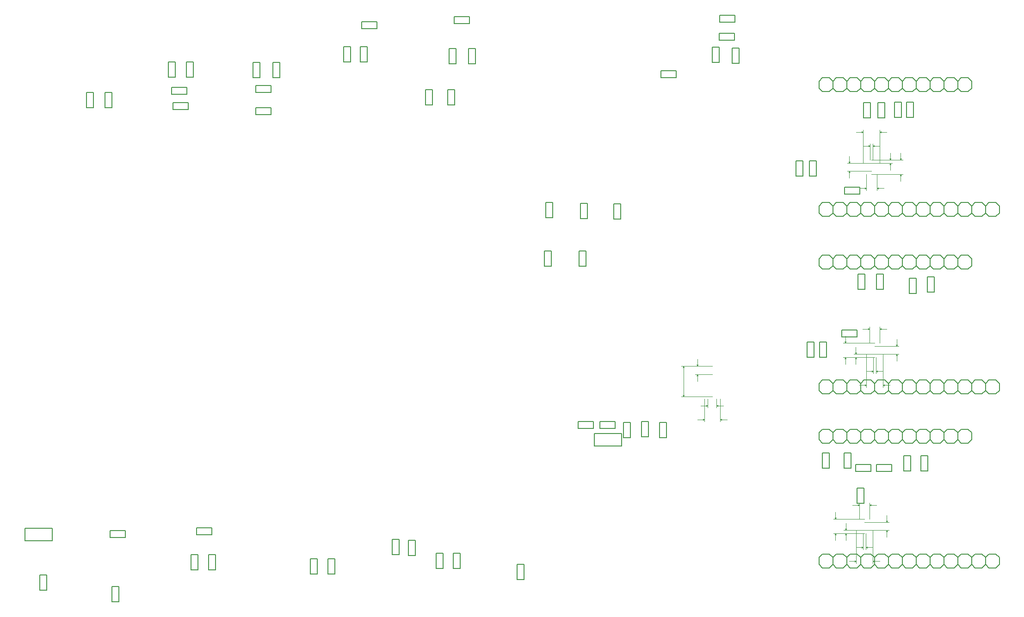
<source format=gbr>
%TF.GenerationSoftware,Altium Limited,Altium Designer,20.2.5 (213)*%
G04 Layer_Color=32768*
%FSLAX26Y26*%
%MOIN*%
%TF.SameCoordinates,9BAFD9CD-774C-4051-972E-F2DD54F50950*%
%TF.FilePolarity,Positive*%
%TF.FileFunction,Other,Mechanical_7*%
%TF.Part,Single*%
G01*
G75*
%TA.AperFunction,NonConductor*%
%ADD59C,0.006000*%
%ADD72C,0.001000*%
%ADD76C,0.008000*%
D59*
X6750000Y3860000D02*
X6775000Y3885000D01*
X6700000Y3860000D02*
X6750000D01*
X6675000Y3885000D02*
X6700000Y3860000D01*
X6675000Y3885000D02*
Y3935000D01*
X6700000Y3960000D01*
X6750000D01*
X6775000Y3935000D01*
X6900000Y3860000D02*
X6950000D01*
X6875000Y3885000D02*
X6900000Y3860000D01*
X6875000Y3885000D02*
Y3935000D01*
X6900000Y3960000D01*
X6850000Y3860000D02*
X6875000Y3885000D01*
X6800000Y3860000D02*
X6850000D01*
X6775000Y3885000D02*
X6800000Y3860000D01*
X6775000Y3885000D02*
Y3935000D01*
X6800000Y3960000D01*
X6850000D01*
X6875000Y3935000D01*
X7050000Y3860000D02*
X7075000Y3885000D01*
X7000000Y3860000D02*
X7050000D01*
X6975000Y3885000D02*
X7000000Y3860000D01*
X6975000Y3885000D02*
Y3935000D01*
X7000000Y3960000D01*
X7050000D01*
X7075000Y3935000D01*
X6950000Y3860000D02*
X6975000Y3885000D01*
X6950000Y3960000D02*
X6975000Y3935000D01*
X6900000Y3960000D02*
X6950000D01*
X7200000Y3860000D02*
X7250000D01*
X7175000Y3885000D02*
X7200000Y3860000D01*
X7175000Y3885000D02*
Y3935000D01*
X7200000Y3960000D01*
X7150000Y3860000D02*
X7175000Y3885000D01*
X7100000Y3860000D02*
X7150000D01*
X7075000Y3885000D02*
X7100000Y3860000D01*
X7075000Y3885000D02*
Y3935000D01*
X7100000Y3960000D01*
X7150000D01*
X7175000Y3935000D01*
X7350000Y3860000D02*
X7375000Y3885000D01*
X7300000Y3860000D02*
X7350000D01*
X7275000Y3885000D02*
X7300000Y3860000D01*
X7275000Y3885000D02*
Y3935000D01*
X7300000Y3960000D01*
X7350000D01*
X7375000Y3935000D01*
X7250000Y3860000D02*
X7275000Y3885000D01*
X7250000Y3960000D02*
X7275000Y3935000D01*
X7200000Y3960000D02*
X7250000D01*
X7500000Y3860000D02*
X7550000D01*
X7475000Y3885000D02*
X7500000Y3860000D01*
X7475000Y3885000D02*
Y3935000D01*
X7500000Y3960000D01*
X7450000Y3860000D02*
X7475000Y3885000D01*
X7400000Y3860000D02*
X7450000D01*
X7375000Y3885000D02*
X7400000Y3860000D01*
X7375000Y3885000D02*
Y3935000D01*
X7400000Y3960000D01*
X7450000D01*
X7475000Y3935000D01*
X7650000Y3860000D02*
X7675000Y3885000D01*
X7600000Y3860000D02*
X7650000D01*
X7575000Y3885000D02*
X7600000Y3860000D01*
X7575000Y3885000D02*
Y3935000D01*
X7600000Y3960000D01*
X7650000D01*
X7675000Y3935000D01*
X7550000Y3860000D02*
X7575000Y3885000D01*
X7550000Y3960000D02*
X7575000Y3935000D01*
X7500000Y3960000D02*
X7550000D01*
X7800000Y3860000D02*
X7850000D01*
X7775000Y3885000D02*
X7800000Y3860000D01*
X7775000Y3885000D02*
Y3935000D01*
X7800000Y3960000D01*
X7750000Y3860000D02*
X7775000Y3885000D01*
X7700000Y3860000D02*
X7750000D01*
X7675000Y3885000D02*
X7700000Y3860000D01*
X7675000Y3885000D02*
Y3935000D01*
X7700000Y3960000D01*
X7750000D01*
X7775000Y3935000D01*
X7875000Y3885000D02*
Y3935000D01*
X7850000Y3860000D02*
X7875000Y3885000D01*
X7850000Y3960000D02*
X7875000Y3935000D01*
X7800000Y3960000D02*
X7850000D01*
X6650000Y3860000D02*
X6675000Y3885000D01*
X6600000Y3860000D02*
X6650000D01*
X6575000Y3885000D02*
X6600000Y3860000D01*
X6575000Y3885000D02*
Y3935000D01*
X6600000Y3960000D01*
X6650000D01*
X6675000Y3935000D01*
X6750000Y2580000D02*
X6775000Y2605000D01*
X6700000Y2580000D02*
X6750000D01*
X6675000Y2605000D02*
X6700000Y2580000D01*
X6675000Y2605000D02*
Y2655000D01*
X6700000Y2680000D01*
X6750000D01*
X6775000Y2655000D01*
X6900000Y2580000D02*
X6950000D01*
X6875000Y2605000D02*
X6900000Y2580000D01*
X6875000Y2605000D02*
Y2655000D01*
X6900000Y2680000D01*
X6850000Y2580000D02*
X6875000Y2605000D01*
X6800000Y2580000D02*
X6850000D01*
X6775000Y2605000D02*
X6800000Y2580000D01*
X6775000Y2605000D02*
Y2655000D01*
X6800000Y2680000D01*
X6850000D01*
X6875000Y2655000D01*
X7050000Y2580000D02*
X7075000Y2605000D01*
X7000000Y2580000D02*
X7050000D01*
X6975000Y2605000D02*
X7000000Y2580000D01*
X6975000Y2605000D02*
Y2655000D01*
X7000000Y2680000D01*
X7050000D01*
X7075000Y2655000D01*
X6950000Y2580000D02*
X6975000Y2605000D01*
X6950000Y2680000D02*
X6975000Y2655000D01*
X6900000Y2680000D02*
X6950000D01*
X7200000Y2580000D02*
X7250000D01*
X7175000Y2605000D02*
X7200000Y2580000D01*
X7175000Y2605000D02*
Y2655000D01*
X7200000Y2680000D01*
X7150000Y2580000D02*
X7175000Y2605000D01*
X7100000Y2580000D02*
X7150000D01*
X7075000Y2605000D02*
X7100000Y2580000D01*
X7075000Y2605000D02*
Y2655000D01*
X7100000Y2680000D01*
X7150000D01*
X7175000Y2655000D01*
X7350000Y2580000D02*
X7375000Y2605000D01*
X7300000Y2580000D02*
X7350000D01*
X7275000Y2605000D02*
X7300000Y2580000D01*
X7275000Y2605000D02*
Y2655000D01*
X7300000Y2680000D01*
X7350000D01*
X7375000Y2655000D01*
X7250000Y2580000D02*
X7275000Y2605000D01*
X7250000Y2680000D02*
X7275000Y2655000D01*
X7200000Y2680000D02*
X7250000D01*
X7500000Y2580000D02*
X7550000D01*
X7475000Y2605000D02*
X7500000Y2580000D01*
X7475000Y2605000D02*
Y2655000D01*
X7500000Y2680000D01*
X7450000Y2580000D02*
X7475000Y2605000D01*
X7400000Y2580000D02*
X7450000D01*
X7375000Y2605000D02*
X7400000Y2580000D01*
X7375000Y2605000D02*
Y2655000D01*
X7400000Y2680000D01*
X7450000D01*
X7475000Y2655000D01*
X7650000Y2580000D02*
X7675000Y2605000D01*
X7600000Y2580000D02*
X7650000D01*
X7575000Y2605000D02*
X7600000Y2580000D01*
X7575000Y2605000D02*
Y2655000D01*
X7600000Y2680000D01*
X7650000D01*
X7675000Y2655000D01*
X7550000Y2580000D02*
X7575000Y2605000D01*
X7550000Y2680000D02*
X7575000Y2655000D01*
X7500000Y2680000D02*
X7550000D01*
X7800000Y2580000D02*
X7850000D01*
X7775000Y2605000D02*
X7800000Y2580000D01*
X7775000Y2605000D02*
Y2655000D01*
X7800000Y2680000D01*
X7750000Y2580000D02*
X7775000Y2605000D01*
X7700000Y2580000D02*
X7750000D01*
X7675000Y2605000D02*
X7700000Y2580000D01*
X7675000Y2605000D02*
Y2655000D01*
X7700000Y2680000D01*
X7750000D01*
X7775000Y2655000D01*
X7875000Y2605000D02*
Y2655000D01*
X7850000Y2580000D02*
X7875000Y2605000D01*
X7850000Y2680000D02*
X7875000Y2655000D01*
X7800000Y2680000D02*
X7850000D01*
X6650000Y2580000D02*
X6675000Y2605000D01*
X6600000Y2580000D02*
X6650000D01*
X6575000Y2605000D02*
X6600000Y2580000D01*
X6575000Y2605000D02*
Y2655000D01*
X6600000Y2680000D01*
X6650000D01*
X6675000Y2655000D01*
X6600000Y4860000D02*
X6650000D01*
X6675000Y4835000D01*
X6650000Y4760000D02*
X6675000Y4785000D01*
X6575000Y4835000D02*
X6600000Y4860000D01*
X6575000Y4785000D02*
Y4835000D01*
Y4785000D02*
X6600000Y4760000D01*
X6650000D01*
X7600000Y4860000D02*
X7650000D01*
X7675000Y4835000D01*
X7650000Y4760000D02*
X7675000Y4785000D01*
Y4835000D01*
X7550000Y4860000D02*
X7575000Y4835000D01*
X7500000Y4860000D02*
X7550000D01*
X7475000Y4835000D02*
X7500000Y4860000D01*
X7475000Y4785000D02*
Y4835000D01*
Y4785000D02*
X7500000Y4760000D01*
X7550000D01*
X7575000Y4785000D01*
Y4835000D02*
X7600000Y4860000D01*
X7575000Y4785000D02*
Y4835000D01*
Y4785000D02*
X7600000Y4760000D01*
X7650000D01*
X7300000Y4860000D02*
X7350000D01*
X7375000Y4835000D01*
X7350000Y4760000D02*
X7375000Y4785000D01*
X7450000Y4860000D02*
X7475000Y4835000D01*
X7400000Y4860000D02*
X7450000D01*
X7375000Y4835000D02*
X7400000Y4860000D01*
X7375000Y4785000D02*
Y4835000D01*
Y4785000D02*
X7400000Y4760000D01*
X7450000D01*
X7475000Y4785000D01*
X7250000Y4860000D02*
X7275000Y4835000D01*
X7200000Y4860000D02*
X7250000D01*
X7175000Y4835000D02*
X7200000Y4860000D01*
X7175000Y4785000D02*
Y4835000D01*
Y4785000D02*
X7200000Y4760000D01*
X7250000D01*
X7275000Y4785000D01*
Y4835000D02*
X7300000Y4860000D01*
X7275000Y4785000D02*
Y4835000D01*
Y4785000D02*
X7300000Y4760000D01*
X7350000D01*
X7000000Y4860000D02*
X7050000D01*
X7075000Y4835000D01*
X7050000Y4760000D02*
X7075000Y4785000D01*
X7150000Y4860000D02*
X7175000Y4835000D01*
X7100000Y4860000D02*
X7150000D01*
X7075000Y4835000D02*
X7100000Y4860000D01*
X7075000Y4785000D02*
Y4835000D01*
Y4785000D02*
X7100000Y4760000D01*
X7150000D01*
X7175000Y4785000D01*
X6950000Y4860000D02*
X6975000Y4835000D01*
X6900000Y4860000D02*
X6950000D01*
X6875000Y4835000D02*
X6900000Y4860000D01*
X6875000Y4785000D02*
Y4835000D01*
Y4785000D02*
X6900000Y4760000D01*
X6950000D01*
X6975000Y4785000D01*
Y4835000D02*
X7000000Y4860000D01*
X6975000Y4785000D02*
Y4835000D01*
Y4785000D02*
X7000000Y4760000D01*
X7050000D01*
X6700000Y4860000D02*
X6750000D01*
X6775000Y4835000D01*
X6750000Y4760000D02*
X6775000Y4785000D01*
X6850000Y4860000D02*
X6875000Y4835000D01*
X6800000Y4860000D02*
X6850000D01*
X6775000Y4835000D02*
X6800000Y4860000D01*
X6775000Y4785000D02*
Y4835000D01*
Y4785000D02*
X6800000Y4760000D01*
X6850000D01*
X6875000Y4785000D01*
X6675000Y4835000D02*
X6700000Y4860000D01*
X6675000Y4785000D02*
Y4835000D01*
Y4785000D02*
X6700000Y4760000D01*
X6750000D01*
X6700000Y2225000D02*
X6750000D01*
X6675000Y2250000D02*
X6700000Y2225000D01*
X6675000Y2250000D02*
Y2300000D01*
X6700000Y2325000D01*
X6850000Y2225000D02*
X6875000Y2250000D01*
X6800000Y2225000D02*
X6850000D01*
X6775000Y2250000D02*
X6800000Y2225000D01*
X6775000Y2250000D02*
Y2300000D01*
X6800000Y2325000D01*
X6850000D01*
X6875000Y2300000D01*
X6750000Y2225000D02*
X6775000Y2250000D01*
X6750000Y2325000D02*
X6775000Y2300000D01*
X6700000Y2325000D02*
X6750000D01*
X7000000Y2225000D02*
X7050000D01*
X6975000Y2250000D02*
X7000000Y2225000D01*
X6975000Y2250000D02*
Y2300000D01*
X7000000Y2325000D01*
X6950000Y2225000D02*
X6975000Y2250000D01*
X6900000Y2225000D02*
X6950000D01*
X6875000Y2250000D02*
X6900000Y2225000D01*
X6875000Y2250000D02*
Y2300000D01*
X6900000Y2325000D01*
X6950000D01*
X6975000Y2300000D01*
X7150000Y2225000D02*
X7175000Y2250000D01*
X7100000Y2225000D02*
X7150000D01*
X7075000Y2250000D02*
X7100000Y2225000D01*
X7075000Y2250000D02*
Y2300000D01*
X7100000Y2325000D01*
X7150000D01*
X7175000Y2300000D01*
X7050000Y2225000D02*
X7075000Y2250000D01*
X7050000Y2325000D02*
X7075000Y2300000D01*
X7000000Y2325000D02*
X7050000D01*
X7300000Y2225000D02*
X7350000D01*
X7275000Y2250000D02*
X7300000Y2225000D01*
X7275000Y2250000D02*
Y2300000D01*
X7300000Y2325000D01*
X7250000Y2225000D02*
X7275000Y2250000D01*
X7200000Y2225000D02*
X7250000D01*
X7175000Y2250000D02*
X7200000Y2225000D01*
X7175000Y2250000D02*
Y2300000D01*
X7200000Y2325000D01*
X7250000D01*
X7275000Y2300000D01*
X7450000Y2225000D02*
X7475000Y2250000D01*
X7400000Y2225000D02*
X7450000D01*
X7375000Y2250000D02*
X7400000Y2225000D01*
X7375000Y2250000D02*
Y2300000D01*
X7400000Y2325000D01*
X7450000D01*
X7475000Y2300000D01*
X7350000Y2225000D02*
X7375000Y2250000D01*
X7350000Y2325000D02*
X7375000Y2300000D01*
X7300000Y2325000D02*
X7350000D01*
X7600000Y2225000D02*
X7650000D01*
X7575000Y2250000D02*
X7600000Y2225000D01*
X7575000Y2250000D02*
Y2300000D01*
X7600000Y2325000D01*
X7550000Y2225000D02*
X7575000Y2250000D01*
X7500000Y2225000D02*
X7550000D01*
X7475000Y2250000D02*
X7500000Y2225000D01*
X7475000Y2250000D02*
Y2300000D01*
X7500000Y2325000D01*
X7550000D01*
X7575000Y2300000D01*
X7675000Y2250000D02*
Y2300000D01*
X7650000Y2225000D02*
X7675000Y2250000D01*
X7650000Y2325000D02*
X7675000Y2300000D01*
X7600000Y2325000D02*
X7650000D01*
X6600000Y2225000D02*
X6650000D01*
X6575000Y2250000D02*
X6600000Y2225000D01*
X6575000Y2250000D02*
Y2300000D01*
X6600000Y2325000D01*
X6650000Y2225000D02*
X6675000Y2250000D01*
X6650000Y2325000D02*
X6675000Y2300000D01*
X6600000Y2325000D02*
X6650000D01*
X6700000Y3480000D02*
X6750000D01*
X6675000Y3505000D02*
X6700000Y3480000D01*
X6675000Y3505000D02*
Y3555000D01*
X6700000Y3580000D01*
X6850000Y3480000D02*
X6875000Y3505000D01*
X6800000Y3480000D02*
X6850000D01*
X6775000Y3505000D02*
X6800000Y3480000D01*
X6775000Y3505000D02*
Y3555000D01*
X6800000Y3580000D01*
X6850000D01*
X6875000Y3555000D01*
X6750000Y3480000D02*
X6775000Y3505000D01*
X6750000Y3580000D02*
X6775000Y3555000D01*
X6700000Y3580000D02*
X6750000D01*
X7000000Y3480000D02*
X7050000D01*
X6975000Y3505000D02*
X7000000Y3480000D01*
X6975000Y3505000D02*
Y3555000D01*
X7000000Y3580000D01*
X6950000Y3480000D02*
X6975000Y3505000D01*
X6900000Y3480000D02*
X6950000D01*
X6875000Y3505000D02*
X6900000Y3480000D01*
X6875000Y3505000D02*
Y3555000D01*
X6900000Y3580000D01*
X6950000D01*
X6975000Y3555000D01*
X7150000Y3480000D02*
X7175000Y3505000D01*
X7100000Y3480000D02*
X7150000D01*
X7075000Y3505000D02*
X7100000Y3480000D01*
X7075000Y3505000D02*
Y3555000D01*
X7100000Y3580000D01*
X7150000D01*
X7175000Y3555000D01*
X7050000Y3480000D02*
X7075000Y3505000D01*
X7050000Y3580000D02*
X7075000Y3555000D01*
X7000000Y3580000D02*
X7050000D01*
X7300000Y3480000D02*
X7350000D01*
X7275000Y3505000D02*
X7300000Y3480000D01*
X7275000Y3505000D02*
Y3555000D01*
X7300000Y3580000D01*
X7250000Y3480000D02*
X7275000Y3505000D01*
X7200000Y3480000D02*
X7250000D01*
X7175000Y3505000D02*
X7200000Y3480000D01*
X7175000Y3505000D02*
Y3555000D01*
X7200000Y3580000D01*
X7250000D01*
X7275000Y3555000D01*
X7450000Y3480000D02*
X7475000Y3505000D01*
X7400000Y3480000D02*
X7450000D01*
X7375000Y3505000D02*
X7400000Y3480000D01*
X7375000Y3505000D02*
Y3555000D01*
X7400000Y3580000D01*
X7450000D01*
X7475000Y3555000D01*
X7350000Y3480000D02*
X7375000Y3505000D01*
X7350000Y3580000D02*
X7375000Y3555000D01*
X7300000Y3580000D02*
X7350000D01*
X7600000Y3480000D02*
X7650000D01*
X7575000Y3505000D02*
X7600000Y3480000D01*
X7575000Y3505000D02*
Y3555000D01*
X7600000Y3580000D01*
X7550000Y3480000D02*
X7575000Y3505000D01*
X7500000Y3480000D02*
X7550000D01*
X7475000Y3505000D02*
X7500000Y3480000D01*
X7475000Y3505000D02*
Y3555000D01*
X7500000Y3580000D01*
X7550000D01*
X7575000Y3555000D01*
X7675000Y3505000D02*
Y3555000D01*
X7650000Y3480000D02*
X7675000Y3505000D01*
X7650000Y3580000D02*
X7675000Y3555000D01*
X7600000Y3580000D02*
X7650000D01*
X6600000Y3480000D02*
X6650000D01*
X6575000Y3505000D02*
X6600000Y3480000D01*
X6575000Y3505000D02*
Y3555000D01*
X6600000Y3580000D01*
X6650000Y3480000D02*
X6675000Y3505000D01*
X6650000Y3580000D02*
X6675000Y3555000D01*
X6600000Y3580000D02*
X6650000D01*
Y1425000D02*
X6675000Y1400000D01*
X6600000Y1425000D02*
X6650000D01*
X6575000Y1400000D02*
X6600000Y1425000D01*
X6575000Y1350000D02*
Y1400000D01*
Y1350000D02*
X6600000Y1325000D01*
X6650000D01*
X6675000Y1350000D01*
X7800000Y1425000D02*
X7850000D01*
X7875000Y1400000D01*
X7850000Y1325000D02*
X7875000Y1350000D01*
Y1400000D01*
X7750000Y1425000D02*
X7775000Y1400000D01*
X7700000Y1425000D02*
X7750000D01*
X7675000Y1400000D02*
X7700000Y1425000D01*
X7675000Y1350000D02*
Y1400000D01*
Y1350000D02*
X7700000Y1325000D01*
X7750000D01*
X7775000Y1350000D01*
Y1400000D02*
X7800000Y1425000D01*
X7775000Y1350000D02*
Y1400000D01*
Y1350000D02*
X7800000Y1325000D01*
X7850000D01*
X7500000Y1425000D02*
X7550000D01*
X7575000Y1400000D01*
X7550000Y1325000D02*
X7575000Y1350000D01*
X7650000Y1425000D02*
X7675000Y1400000D01*
X7600000Y1425000D02*
X7650000D01*
X7575000Y1400000D02*
X7600000Y1425000D01*
X7575000Y1350000D02*
Y1400000D01*
Y1350000D02*
X7600000Y1325000D01*
X7650000D01*
X7675000Y1350000D01*
X7450000Y1425000D02*
X7475000Y1400000D01*
X7400000Y1425000D02*
X7450000D01*
X7375000Y1400000D02*
X7400000Y1425000D01*
X7375000Y1350000D02*
Y1400000D01*
Y1350000D02*
X7400000Y1325000D01*
X7450000D01*
X7475000Y1350000D01*
Y1400000D02*
X7500000Y1425000D01*
X7475000Y1350000D02*
Y1400000D01*
Y1350000D02*
X7500000Y1325000D01*
X7550000D01*
X7200000Y1425000D02*
X7250000D01*
X7275000Y1400000D01*
X7250000Y1325000D02*
X7275000Y1350000D01*
X7350000Y1425000D02*
X7375000Y1400000D01*
X7300000Y1425000D02*
X7350000D01*
X7275000Y1400000D02*
X7300000Y1425000D01*
X7275000Y1350000D02*
Y1400000D01*
Y1350000D02*
X7300000Y1325000D01*
X7350000D01*
X7375000Y1350000D01*
X7150000Y1425000D02*
X7175000Y1400000D01*
X7100000Y1425000D02*
X7150000D01*
X7075000Y1400000D02*
X7100000Y1425000D01*
X7075000Y1350000D02*
Y1400000D01*
Y1350000D02*
X7100000Y1325000D01*
X7150000D01*
X7175000Y1350000D01*
Y1400000D02*
X7200000Y1425000D01*
X7175000Y1350000D02*
Y1400000D01*
Y1350000D02*
X7200000Y1325000D01*
X7250000D01*
X6900000Y1425000D02*
X6950000D01*
X6975000Y1400000D01*
X6950000Y1325000D02*
X6975000Y1350000D01*
X7050000Y1425000D02*
X7075000Y1400000D01*
X7000000Y1425000D02*
X7050000D01*
X6975000Y1400000D02*
X7000000Y1425000D01*
X6975000Y1350000D02*
Y1400000D01*
Y1350000D02*
X7000000Y1325000D01*
X7050000D01*
X7075000Y1350000D01*
X6850000Y1425000D02*
X6875000Y1400000D01*
X6800000Y1425000D02*
X6850000D01*
X6775000Y1400000D02*
X6800000Y1425000D01*
X6775000Y1350000D02*
Y1400000D01*
Y1350000D02*
X6800000Y1325000D01*
X6850000D01*
X6875000Y1350000D01*
Y1400000D02*
X6900000Y1425000D01*
X6875000Y1350000D02*
Y1400000D01*
Y1350000D02*
X6900000Y1325000D01*
X6950000D01*
X6750000Y1425000D02*
X6775000Y1400000D01*
X6700000Y1425000D02*
X6750000D01*
X6675000Y1400000D02*
X6700000Y1425000D01*
X6675000Y1350000D02*
Y1400000D01*
Y1350000D02*
X6700000Y1325000D01*
X6750000D01*
X6775000Y1350000D01*
D72*
X5692520Y2710197D02*
X5702520D01*
X5692520D02*
X5697520Y2720197D01*
X5702520Y2710197D01*
X5692520Y2790039D02*
X5702520D01*
X5692520D02*
X5697520Y2780039D01*
X5702520Y2790039D01*
X5697520Y2670197D02*
Y2720197D01*
Y2780039D02*
Y2830039D01*
X5682520Y2720197D02*
X5805000D01*
X5682520Y2780039D02*
X5805000D01*
X5592520Y2569961D02*
X5602520D01*
X5592520D02*
X5597520Y2559961D01*
X5602520Y2569961D01*
X5592520Y2770039D02*
X5602520D01*
X5592520D02*
X5597520Y2780039D01*
X5602520Y2770039D01*
X5597520Y2559961D02*
Y2780039D01*
X5582520Y2559961D02*
X5805000D01*
X5582520Y2780039D02*
X5805000D01*
X5737520Y2388961D02*
Y2398961D01*
Y2388961D02*
X5747520Y2393961D01*
X5737520Y2398961D02*
X5747520Y2393961D01*
X5872480Y2388961D02*
Y2398961D01*
X5862480Y2393961D02*
X5872480Y2388961D01*
X5862480Y2393961D02*
X5872480Y2398961D01*
X5697520Y2393961D02*
X5747520D01*
X5862480D02*
X5912480D01*
X5747520Y2378961D02*
Y2543961D01*
X5862480Y2378961D02*
Y2543961D01*
X5762913Y2488961D02*
Y2498961D01*
Y2488961D02*
X5772913Y2493961D01*
X5762913Y2498961D02*
X5772913Y2493961D01*
X5847087Y2488961D02*
Y2498961D01*
X5837087Y2493961D02*
X5847087Y2488961D01*
X5837087Y2493961D02*
X5847087Y2498961D01*
X5722913Y2493961D02*
X5772913D01*
X5837087D02*
X5887087D01*
X5772913Y2478961D02*
Y2543961D01*
X5837087Y2478961D02*
Y2543961D01*
X6677402Y1573000D02*
X6902402D01*
X6677402Y1677000D02*
X6902402D01*
X6692402Y1523000D02*
Y1573000D01*
Y1677000D02*
Y1727000D01*
Y1573000D02*
X6697402Y1563000D01*
X6687402D02*
X6692402Y1573000D01*
X6687402Y1563000D02*
X6697402D01*
X6692402Y1677000D02*
X6697402Y1687000D01*
X6687402D02*
X6692402Y1677000D01*
X6687402Y1687000D02*
X6697402D01*
X6752402Y1573000D02*
X6902402D01*
X6752402Y1597000D02*
X6902402D01*
X6767402Y1523000D02*
Y1573000D01*
Y1597000D02*
Y1647000D01*
Y1573000D02*
X6772402Y1563000D01*
X6762402D02*
X6767402Y1573000D01*
X6762402Y1563000D02*
X6772402D01*
X6767402Y1597000D02*
X6772402Y1607000D01*
X6762402D02*
X6767402Y1597000D01*
X6762402Y1607000D02*
X6772402D01*
X6939803Y1677000D02*
Y1792000D01*
X6865000Y1677000D02*
Y1792000D01*
X6939803Y1777000D02*
X6989803D01*
X6815000D02*
X6865000D01*
X6939803D02*
X6949803Y1772000D01*
X6939803Y1777000D02*
X6949803Y1782000D01*
Y1772000D02*
Y1782000D01*
X6855000Y1772000D02*
X6865000Y1777000D01*
X6855000Y1782000D02*
X6865000Y1777000D01*
X6855000Y1772000D02*
Y1782000D01*
X6912402Y1458000D02*
Y1573000D01*
X6892402Y1458000D02*
Y1573000D01*
X6912402Y1473000D02*
X6962402D01*
X6842402D02*
X6892402D01*
X6912402D02*
X6922402Y1468000D01*
X6912402Y1473000D02*
X6922402Y1478000D01*
Y1468000D02*
Y1478000D01*
X6882402Y1468000D02*
X6892402Y1473000D01*
X6882402Y1478000D02*
X6892402Y1473000D01*
X6882402Y1468000D02*
Y1478000D01*
X6962402Y1358000D02*
Y1597500D01*
X6842402Y1358000D02*
Y1597500D01*
X6962402Y1373000D02*
X7012402D01*
X6792402D02*
X6842402D01*
X6962402D02*
X6972402Y1368000D01*
X6962402Y1373000D02*
X6972402Y1378000D01*
Y1368000D02*
Y1378000D01*
X6832402Y1368000D02*
X6842402Y1373000D01*
X6832402Y1378000D02*
X6842402Y1373000D01*
X6832402Y1368000D02*
Y1378000D01*
X6902402Y1597500D02*
X7077402D01*
X6902402Y1652500D02*
X7077402D01*
X7062402Y1547500D02*
Y1597500D01*
Y1652500D02*
Y1702500D01*
Y1597500D02*
X7067402Y1587500D01*
X7057402D02*
X7062402Y1597500D01*
X7057402Y1587500D02*
X7067402D01*
X7062402Y1652500D02*
X7067402Y1662500D01*
X7057402D02*
X7062402Y1652500D01*
X7057402Y1662500D02*
X7067402D01*
X7130000Y2932500D02*
X7140000D01*
X7130000D02*
X7135000Y2922500D01*
X7140000Y2932500D01*
X7130000Y2857500D02*
X7140000D01*
X7130000D02*
X7135000Y2867500D01*
X7140000Y2857500D01*
X7135000Y2922500D02*
Y2972500D01*
Y2817500D02*
Y2867500D01*
X6975000Y2922500D02*
X7150000D01*
X6975000Y2867500D02*
X7150000D01*
X6905000Y2638000D02*
Y2648000D01*
X6915000Y2643000D01*
X6905000Y2638000D02*
X6915000Y2643000D01*
X7045000Y2638000D02*
Y2648000D01*
X7035000Y2643000D02*
X7045000Y2648000D01*
X7035000Y2643000D02*
X7045000Y2638000D01*
X6865000Y2643000D02*
X6915000D01*
X7035000D02*
X7085000D01*
X6915000Y2628000D02*
Y2867500D01*
X7035000Y2628000D02*
Y2867500D01*
X6955000Y2738000D02*
Y2748000D01*
X6965000Y2743000D01*
X6955000Y2738000D02*
X6965000Y2743000D01*
X6995000Y2738000D02*
Y2748000D01*
X6985000Y2743000D02*
X6995000Y2748000D01*
X6985000Y2743000D02*
X6995000Y2738000D01*
X6915000Y2743000D02*
X6965000D01*
X6985000D02*
X7035000D01*
X6965000Y2728000D02*
Y2843000D01*
X6985000Y2728000D02*
Y2843000D01*
X6927598Y3042000D02*
Y3052000D01*
X6937598Y3047000D01*
X6927598Y3042000D02*
X6937598Y3047000D01*
X7022402Y3042000D02*
Y3052000D01*
X7012402Y3047000D02*
X7022402Y3052000D01*
X7012402Y3047000D02*
X7022402Y3042000D01*
X6887598Y3047000D02*
X6937598D01*
X7012402D02*
X7062402D01*
X6937598Y2947000D02*
Y3062000D01*
X7012402Y2947000D02*
Y3062000D01*
X6835000Y2877000D02*
X6845000D01*
X6835000D02*
X6840000Y2867000D01*
X6845000Y2877000D01*
X6835000Y2833000D02*
X6845000D01*
X6835000D02*
X6840000Y2843000D01*
X6845000Y2833000D01*
X6840000Y2867000D02*
Y2917000D01*
Y2793000D02*
Y2843000D01*
X6825000Y2867000D02*
X6975000D01*
X6825000Y2843000D02*
X6975000D01*
X6760000Y2957000D02*
X6770000D01*
X6760000D02*
X6765000Y2947000D01*
X6770000Y2957000D01*
X6760000Y2833000D02*
X6770000D01*
X6760000D02*
X6765000Y2843000D01*
X6770000Y2833000D01*
X6765000Y2947000D02*
Y2997000D01*
Y2793000D02*
Y2843000D01*
X6750000Y2947000D02*
X6975000D01*
X6750000Y2843000D02*
X6975000D01*
X6788661Y4177500D02*
X6798661D01*
X6793661Y4187500D02*
X6798661Y4177500D01*
X6788661D02*
X6793661Y4187500D01*
X6788661Y4252500D02*
X6798661D01*
X6793661Y4242500D02*
X6798661Y4252500D01*
X6788661D02*
X6793661Y4242500D01*
Y4137500D02*
Y4187500D01*
Y4242500D02*
Y4292500D01*
X6778661Y4187500D02*
X6953661D01*
X6778661Y4242500D02*
X6953661D01*
X7023661Y4462000D02*
Y4472000D01*
X7013661Y4467000D02*
X7023661Y4462000D01*
X7013661Y4467000D02*
X7023661Y4472000D01*
X6883661Y4462000D02*
Y4472000D01*
Y4462000D02*
X6893661Y4467000D01*
X6883661Y4472000D02*
X6893661Y4467000D01*
X7013661D02*
X7063661D01*
X6843661D02*
X6893661D01*
X7013661Y4242500D02*
Y4482000D01*
X6893661Y4242500D02*
Y4482000D01*
X6973661Y4362000D02*
Y4372000D01*
X6963661Y4367000D02*
X6973661Y4362000D01*
X6963661Y4367000D02*
X6973661Y4372000D01*
X6933661Y4362000D02*
Y4372000D01*
Y4362000D02*
X6943661Y4367000D01*
X6933661Y4372000D02*
X6943661Y4367000D01*
X6963661D02*
X7013661D01*
X6893661D02*
X6943661D01*
X6963661Y4267000D02*
Y4382000D01*
X6943661Y4267000D02*
Y4382000D01*
X7001063Y4058000D02*
Y4068000D01*
X6991063Y4063000D02*
X7001063Y4058000D01*
X6991063Y4063000D02*
X7001063Y4068000D01*
X6906260Y4058000D02*
Y4068000D01*
Y4058000D02*
X6916260Y4063000D01*
X6906260Y4068000D02*
X6916260Y4063000D01*
X6991063D02*
X7041063D01*
X6866260D02*
X6916260D01*
X6991063Y4048000D02*
Y4163000D01*
X6916260Y4048000D02*
Y4163000D01*
X7083661Y4233000D02*
X7093661D01*
X7088661Y4243000D02*
X7093661Y4233000D01*
X7083661D02*
X7088661Y4243000D01*
X7083661Y4277000D02*
X7093661D01*
X7088661Y4267000D02*
X7093661Y4277000D01*
X7083661D02*
X7088661Y4267000D01*
Y4193000D02*
Y4243000D01*
Y4267000D02*
Y4317000D01*
X6953661Y4243000D02*
X7103661D01*
X6953661Y4267000D02*
X7103661D01*
X7158661Y4153000D02*
X7168661D01*
X7163661Y4163000D02*
X7168661Y4153000D01*
X7158661D02*
X7163661Y4163000D01*
X7158661Y4277000D02*
X7168661D01*
X7163661Y4267000D02*
X7168661Y4277000D01*
X7158661D02*
X7163661Y4267000D01*
Y4113000D02*
Y4163000D01*
Y4267000D02*
Y4317000D01*
X6953661Y4163000D02*
X7178661D01*
X6953661Y4267000D02*
X7178661D01*
D76*
X4957000Y2205000D02*
Y2295000D01*
Y2205000D02*
X5153000D01*
Y2295000D01*
X4957000D02*
X5153000D01*
X7310000Y2025000D02*
X7360000D01*
Y2135000D01*
X7310000D02*
X7360000D01*
X7310000Y2025000D02*
Y2135000D01*
X7185000Y2025000D02*
X7235000D01*
Y2135000D01*
X7185000D02*
X7235000D01*
X7185000Y2025000D02*
Y2135000D01*
X6600000Y2045000D02*
X6650000D01*
Y2155000D01*
X6600000D02*
X6650000D01*
X6600000Y2045000D02*
Y2155000D01*
X6755000Y2045000D02*
X6805000D01*
Y2155000D01*
X6755000D02*
X6805000D01*
X6755000Y2045000D02*
Y2155000D01*
X6855000Y3335000D02*
X6905000D01*
Y3445000D01*
X6855000D02*
X6905000D01*
X6855000Y3335000D02*
Y3445000D01*
X6990000Y3335000D02*
X7040000D01*
Y3445000D01*
X6990000D02*
X7040000D01*
X6990000Y3335000D02*
Y3445000D01*
X7355000Y3315000D02*
X7405000D01*
Y3425000D01*
X7355000D02*
X7405000D01*
X7355000Y3315000D02*
Y3425000D01*
X7225000Y3305000D02*
X7275000D01*
Y3415000D01*
X7225000D02*
X7275000D01*
X7225000Y3305000D02*
Y3415000D01*
X7205000Y4575000D02*
X7255000D01*
Y4685000D01*
X7205000D02*
X7255000D01*
X7205000Y4575000D02*
Y4685000D01*
X7120000Y4575000D02*
X7170000D01*
Y4685000D01*
X7120000D02*
X7170000D01*
X7120000Y4575000D02*
Y4685000D01*
X7000000Y4570000D02*
X7050000D01*
Y4680000D01*
X7000000D02*
X7050000D01*
X7000000Y4570000D02*
Y4680000D01*
X6895000Y4570000D02*
X6945000D01*
Y4680000D01*
X6895000D02*
X6945000D01*
X6895000Y4570000D02*
Y4680000D01*
X1575000Y1545000D02*
Y1595000D01*
X1465000D02*
X1575000D01*
X1465000Y1545000D02*
Y1595000D01*
Y1545000D02*
X1575000D01*
X1480000Y1190000D02*
X1530000D01*
X1480000Y1080000D02*
Y1190000D01*
Y1080000D02*
X1530000D01*
Y1190000D01*
X4400000Y1240000D02*
X4450000D01*
Y1350000D01*
X4400000D02*
X4450000D01*
X4400000Y1240000D02*
Y1350000D01*
X3940000Y1430000D02*
X3990000D01*
X3940000Y1320000D02*
Y1430000D01*
Y1320000D02*
X3990000D01*
Y1430000D01*
X3865000Y1320000D02*
Y1430000D01*
X3815000Y1320000D02*
X3865000D01*
X3815000D02*
Y1430000D01*
X3865000D01*
X960000Y1165000D02*
Y1275000D01*
X1010000D01*
Y1165000D02*
Y1275000D01*
X960000Y1165000D02*
X1010000D01*
X852000Y1610000D02*
X1048000D01*
Y1520000D02*
Y1610000D01*
X852000Y1520000D02*
X1048000D01*
X852000D02*
Y1610000D01*
X4845000Y3500000D02*
Y3610000D01*
X4895000D01*
Y3500000D02*
Y3610000D01*
X4845000Y3500000D02*
X4895000D01*
X4595000D02*
Y3610000D01*
X4645000D01*
Y3500000D02*
Y3610000D01*
X4595000Y3500000D02*
X4645000D01*
X4855000Y3845000D02*
Y3955000D01*
X4905000D01*
Y3845000D02*
Y3955000D01*
X4855000Y3845000D02*
X4905000D01*
X4605000Y3850000D02*
Y3960000D01*
X4655000D01*
Y3850000D02*
Y3960000D01*
X4605000Y3850000D02*
X4655000D01*
X5805000Y4970000D02*
X5855000D01*
Y5080000D01*
X5805000D02*
X5855000D01*
X5805000Y4970000D02*
Y5080000D01*
X5950000Y4965000D02*
X6000000D01*
Y5075000D01*
X5950000D02*
X6000000D01*
X5950000Y4965000D02*
Y5075000D01*
X5965000Y5130000D02*
Y5180000D01*
X5855000D02*
X5965000D01*
X5855000Y5130000D02*
Y5180000D01*
Y5130000D02*
X5965000D01*
X5970000Y5260000D02*
Y5310000D01*
X5860000D02*
X5970000D01*
X5860000Y5260000D02*
Y5310000D01*
Y5260000D02*
X5970000D01*
X4050000Y4960000D02*
X4100000D01*
Y5070000D01*
X4050000D02*
X4100000D01*
X4050000Y4960000D02*
Y5070000D01*
X3910000Y4960000D02*
X3960000D01*
Y5070000D01*
X3910000D02*
X3960000D01*
X3910000Y4960000D02*
Y5070000D01*
X1430000Y4645000D02*
Y4755000D01*
X1480000D01*
Y4645000D02*
Y4755000D01*
X1430000Y4645000D02*
X1480000D01*
X1295000D02*
Y4755000D01*
X1345000D01*
Y4645000D02*
Y4755000D01*
X1295000Y4645000D02*
X1345000D01*
X3790000Y4665000D02*
Y4775000D01*
X3740000Y4665000D02*
X3790000D01*
X3740000D02*
Y4775000D01*
X3790000D01*
X3950000Y4665000D02*
Y4775000D01*
X3900000Y4665000D02*
X3950000D01*
X3900000D02*
Y4775000D01*
X3950000D01*
X3665000Y1415000D02*
Y1525000D01*
X3615000Y1415000D02*
X3665000D01*
X3615000D02*
Y1525000D01*
X3665000D01*
X3550000Y1420000D02*
Y1530000D01*
X3500000Y1420000D02*
X3550000D01*
X3500000D02*
Y1530000D01*
X3550000D01*
X3280000Y5265000D02*
X3390000D01*
Y5215000D02*
Y5265000D01*
X3280000Y5215000D02*
X3390000D01*
X3280000D02*
Y5265000D01*
X3945000Y5300000D02*
X4055000D01*
Y5250000D02*
Y5300000D01*
X3945000Y5250000D02*
X4055000D01*
X3945000D02*
Y5300000D01*
X2515000Y4645000D02*
X2625000D01*
Y4595000D02*
Y4645000D01*
X2515000Y4595000D02*
X2625000D01*
X2515000D02*
Y4645000D01*
Y4805000D02*
X2625000D01*
Y4755000D02*
Y4805000D01*
X2515000Y4755000D02*
X2625000D01*
X2515000D02*
Y4805000D01*
X2545000Y4860000D02*
Y4970000D01*
X2495000Y4860000D02*
X2545000D01*
X2495000D02*
Y4970000D01*
X2545000D01*
X2690000Y4860000D02*
Y4970000D01*
X2640000Y4860000D02*
X2690000D01*
X2640000D02*
Y4970000D01*
X2690000D01*
X2065000Y4865000D02*
Y4975000D01*
X2015000Y4865000D02*
X2065000D01*
X2015000D02*
Y4975000D01*
X2065000D01*
X1935000Y4865000D02*
Y4975000D01*
X1885000Y4865000D02*
X1935000D01*
X1885000D02*
Y4975000D01*
X1935000D01*
X1910000Y4790000D02*
X2020000D01*
Y4740000D02*
Y4790000D01*
X1910000Y4740000D02*
X2020000D01*
X1910000D02*
Y4790000D01*
X1920000Y4630000D02*
X2030000D01*
X1920000D02*
Y4680000D01*
X2030000D01*
Y4630000D02*
Y4680000D01*
X5435000Y4910000D02*
X5545000D01*
Y4860000D02*
Y4910000D01*
X5435000Y4860000D02*
X5545000D01*
X5435000D02*
Y4910000D01*
X2090000Y1565000D02*
X2200000D01*
X2090000D02*
Y1615000D01*
X2200000D01*
Y1565000D02*
Y1615000D01*
X2100000Y1310000D02*
Y1420000D01*
X2050000Y1310000D02*
X2100000D01*
X2050000D02*
Y1420000D01*
X2100000D01*
X2225000Y1310000D02*
Y1420000D01*
X2175000Y1310000D02*
X2225000D01*
X2175000D02*
Y1420000D01*
X2225000D01*
X4995000Y2380000D02*
X5105000D01*
Y2330000D02*
Y2380000D01*
X4995000Y2330000D02*
X5105000D01*
X4995000D02*
Y2380000D01*
X4840000Y2330000D02*
X4950000D01*
X4840000D02*
Y2380000D01*
X4950000D01*
Y2330000D02*
Y2380000D01*
X5165000Y2265000D02*
Y2375000D01*
X5215000D01*
Y2265000D02*
Y2375000D01*
X5165000Y2265000D02*
X5215000D01*
X5295000Y2270000D02*
Y2380000D01*
X5345000D01*
Y2270000D02*
Y2380000D01*
X5295000Y2270000D02*
X5345000D01*
X5425000Y2265000D02*
Y2375000D01*
X5475000D01*
Y2265000D02*
Y2375000D01*
X5425000Y2265000D02*
X5475000D01*
X6840000Y2020000D02*
X6950000D01*
X6840000D02*
Y2070000D01*
X6950000D01*
Y2020000D02*
Y2070000D01*
X6990000Y2020000D02*
X7100000D01*
X6990000D02*
Y2070000D01*
X7100000D01*
Y2020000D02*
Y2070000D01*
X6850000Y1790000D02*
Y1900000D01*
X6900000D01*
Y1790000D02*
Y1900000D01*
X6850000Y1790000D02*
X6900000D01*
X6540000Y2845000D02*
Y2955000D01*
X6490000Y2845000D02*
X6540000D01*
X6490000D02*
Y2955000D01*
X6540000D01*
X6630000Y2845000D02*
Y2955000D01*
X6580000Y2845000D02*
X6630000D01*
X6580000D02*
Y2955000D01*
X6630000D01*
X6740000Y2990000D02*
X6850000D01*
X6740000D02*
Y3040000D01*
X6850000D01*
Y2990000D02*
Y3040000D01*
X6555000Y4150000D02*
Y4260000D01*
X6505000Y4150000D02*
X6555000D01*
X6505000D02*
Y4260000D01*
X6555000D01*
X6460000Y4150000D02*
Y4260000D01*
X6410000Y4150000D02*
X6460000D01*
X6410000D02*
Y4260000D01*
X6460000D01*
X6760000Y4020000D02*
X6870000D01*
X6760000D02*
Y4070000D01*
X6870000D01*
Y4020000D02*
Y4070000D01*
X5095000Y3840000D02*
X5145000D01*
Y3950000D01*
X5095000D02*
X5145000D01*
X5095000Y3840000D02*
Y3950000D01*
X3035000Y1390000D02*
X3085000D01*
X3035000Y1280000D02*
Y1390000D01*
Y1280000D02*
X3085000D01*
Y1390000D01*
X3150000Y5085000D02*
X3200000D01*
X3150000Y4975000D02*
Y5085000D01*
Y4975000D02*
X3200000D01*
Y5085000D01*
X3270000D02*
X3320000D01*
X3270000Y4975000D02*
Y5085000D01*
Y4975000D02*
X3320000D01*
Y5085000D01*
X2910000Y1390000D02*
X2960000D01*
X2910000Y1280000D02*
Y1390000D01*
Y1280000D02*
X2960000D01*
Y1390000D01*
%TF.MD5,967600c9d839563236833a4a808abcda*%
M02*

</source>
